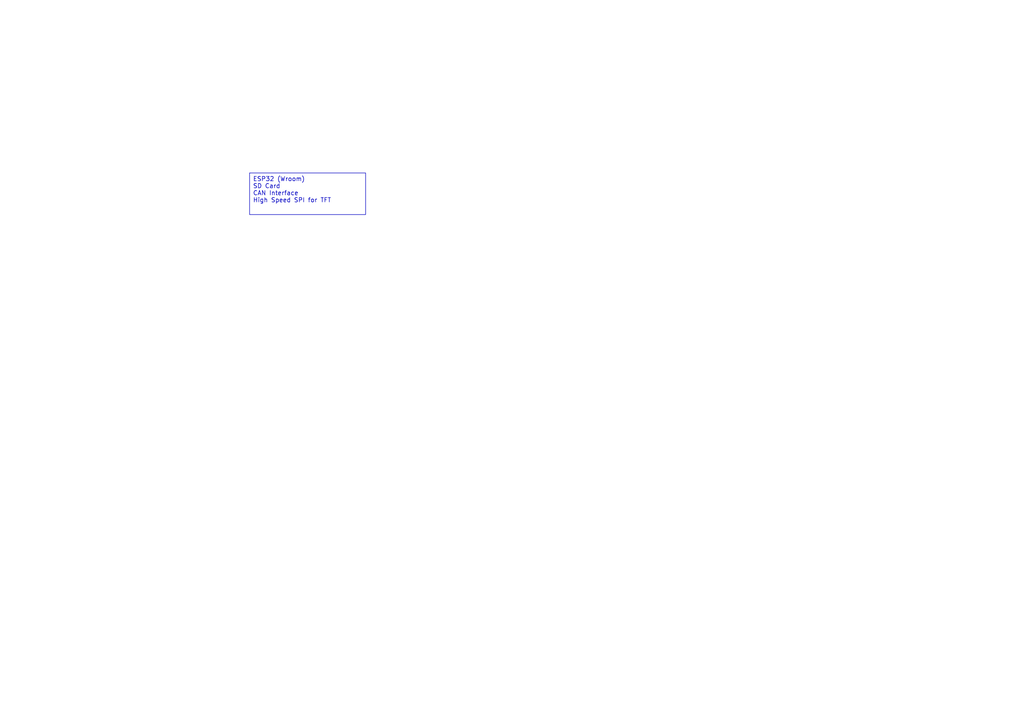
<source format=kicad_sch>
(kicad_sch (version 20230121) (generator eeschema)
  (paper "A4")
  (lib_symbols)
  (text_box "ESP32 (Wroom)\nSD Card\nCAN Interface\nHigh Speed SPI for TFT\n" (at 72.39 50.165 0) (size 33.655 12.065) (effects (font (size 1.27 1.27)) (justify left top)))
)
</source>
